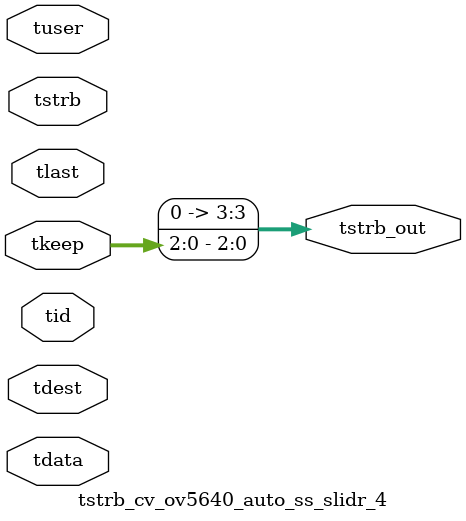
<source format=v>


`timescale 1ps/1ps

module tstrb_cv_ov5640_auto_ss_slidr_4 #
(
parameter C_S_AXIS_TDATA_WIDTH = 32,
parameter C_S_AXIS_TUSER_WIDTH = 0,
parameter C_S_AXIS_TID_WIDTH   = 0,
parameter C_S_AXIS_TDEST_WIDTH = 0,
parameter C_M_AXIS_TDATA_WIDTH = 32
)
(
input  [(C_S_AXIS_TDATA_WIDTH == 0 ? 1 : C_S_AXIS_TDATA_WIDTH)-1:0     ] tdata,
input  [(C_S_AXIS_TUSER_WIDTH == 0 ? 1 : C_S_AXIS_TUSER_WIDTH)-1:0     ] tuser,
input  [(C_S_AXIS_TID_WIDTH   == 0 ? 1 : C_S_AXIS_TID_WIDTH)-1:0       ] tid,
input  [(C_S_AXIS_TDEST_WIDTH == 0 ? 1 : C_S_AXIS_TDEST_WIDTH)-1:0     ] tdest,
input  [(C_S_AXIS_TDATA_WIDTH/8)-1:0 ] tkeep,
input  [(C_S_AXIS_TDATA_WIDTH/8)-1:0 ] tstrb,
input                                                                    tlast,
output [(C_M_AXIS_TDATA_WIDTH/8)-1:0 ] tstrb_out
);

assign tstrb_out = {tkeep[2:0]};

endmodule


</source>
